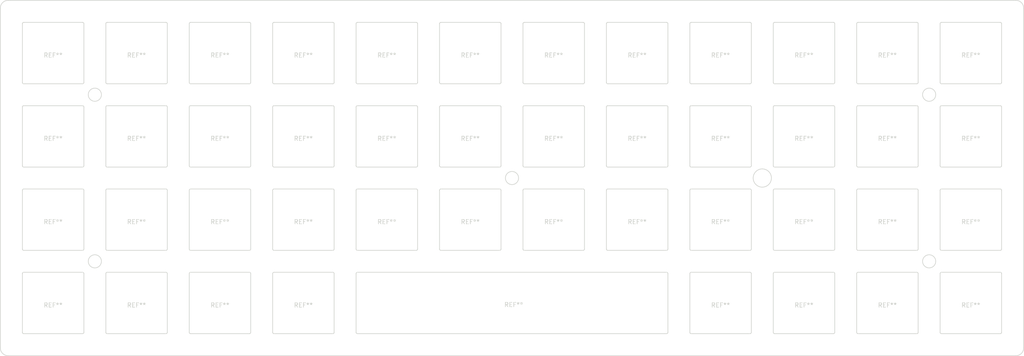
<source format=kicad_pcb>
(kicad_pcb (version 20171130) (host pcbnew 5.0.1)

  (general
    (thickness 1.6)
    (drawings 14)
    (tracks 0)
    (zones 0)
    (modules 45)
    (nets 1)
  )

  (page A4)
  (title_block
    (title SharkPCB)
    (date 2019-02-10)
    (rev V3.0.7)
    (company "Gondolin Electronics")
  )

  (layers
    (0 F.Cu signal)
    (31 B.Cu signal)
    (32 B.Adhes user hide)
    (33 F.Adhes user)
    (34 B.Paste user hide)
    (35 F.Paste user hide)
    (36 B.SilkS user)
    (37 F.SilkS user)
    (38 B.Mask user hide)
    (39 F.Mask user hide)
    (40 Dwgs.User user)
    (41 Cmts.User user)
    (42 Eco1.User user)
    (43 Eco2.User user)
    (44 Edge.Cuts user)
    (45 Margin user hide)
    (46 B.CrtYd user hide)
    (47 F.CrtYd user hide)
    (48 B.Fab user hide)
    (49 F.Fab user hide)
  )

  (setup
    (last_trace_width 0.254)
    (trace_clearance 0.13)
    (zone_clearance 0.127)
    (zone_45_only no)
    (trace_min 0.1)
    (segment_width 0.15)
    (edge_width 0.15)
    (via_size 0.45)
    (via_drill 0.2)
    (via_min_size 0.45)
    (via_min_drill 0.2)
    (uvia_size 0.45)
    (uvia_drill 0.2)
    (uvias_allowed no)
    (uvia_min_size 0.2)
    (uvia_min_drill 0.1)
    (pcb_text_width 0.3)
    (pcb_text_size 1.5 1.5)
    (mod_edge_width 0.15)
    (mod_text_size 1 1)
    (mod_text_width 0.15)
    (pad_size 1 2.2)
    (pad_drill 0.6)
    (pad_to_mask_clearance 0.051)
    (solder_mask_min_width 0.25)
    (aux_axis_origin 0 0)
    (grid_origin 148.463 102.743)
    (visible_elements FFFFFF7F)
    (pcbplotparams
      (layerselection 0x018f0_ffffffff)
      (usegerberextensions true)
      (usegerberattributes false)
      (usegerberadvancedattributes false)
      (creategerberjobfile false)
      (excludeedgelayer true)
      (linewidth 0.100000)
      (plotframeref false)
      (viasonmask false)
      (mode 1)
      (useauxorigin false)
      (hpglpennumber 1)
      (hpglpenspeed 20)
      (hpglpendiameter 15.000000)
      (psnegative false)
      (psa4output false)
      (plotreference true)
      (plotvalue true)
      (plotinvisibletext false)
      (padsonsilk false)
      (subtractmaskfromsilk false)
      (outputformat 1)
      (mirror false)
      (drillshape 0)
      (scaleselection 1)
      (outputdirectory "gerbers/"))
  )

  (net 0 "")

  (net_class Default "This is the default net class."
    (clearance 0.13)
    (trace_width 0.254)
    (via_dia 0.45)
    (via_drill 0.2)
    (uvia_dia 0.45)
    (uvia_drill 0.2)
  )

  (net_class Fine ""
    (clearance 0.13)
    (trace_width 0.13)
    (via_dia 0.508)
    (via_drill 0.2032)
    (uvia_dia 0.45)
    (uvia_drill 0.2)
  )

  (module switchSlots:slot100 (layer F.Cu) (tedit 5C648BB5) (tstamp 5C70FF96)
    (at 233.963 131.243)
    (fp_text reference REF** (at 0 0.5) (layer Edge.Cuts)
      (effects (font (size 1 1) (thickness 0.15)))
    )
    (fp_text value slot100 (at 0 -0.5) (layer F.Fab)
      (effects (font (size 1 1) (thickness 0.15)))
    )
    (fp_line (start 6.7 -7) (end -6.7 -7) (layer Edge.Cuts) (width 0.15))
    (fp_line (start -7 -6.7) (end -7 6.7) (layer Edge.Cuts) (width 0.15))
    (fp_line (start -6.7 7) (end 6.7 7) (layer Edge.Cuts) (width 0.15))
    (fp_line (start 7 6.7) (end 7 -6.7) (layer Edge.Cuts) (width 0.15))
    (fp_arc (start -6.7 -6.7) (end -6.7 -7) (angle -90) (layer Edge.Cuts) (width 0.15))
    (fp_arc (start 6.7 -6.7) (end 7 -6.7) (angle -90) (layer Edge.Cuts) (width 0.15))
    (fp_arc (start 6.7 6.7) (end 6.7 7) (angle -90) (layer Edge.Cuts) (width 0.15))
    (fp_arc (start -6.7 6.7) (end -7 6.7) (angle -90) (layer Edge.Cuts) (width 0.15))
  )

  (module switchSlots:slot100 (layer F.Cu) (tedit 5C648BB5) (tstamp 5C70FF8B)
    (at 233.963 112.243)
    (fp_text reference REF** (at 0 0.5) (layer Edge.Cuts)
      (effects (font (size 1 1) (thickness 0.15)))
    )
    (fp_text value slot100 (at 0 -0.5) (layer F.Fab)
      (effects (font (size 1 1) (thickness 0.15)))
    )
    (fp_arc (start -6.7 6.7) (end -7 6.7) (angle -90) (layer Edge.Cuts) (width 0.15))
    (fp_arc (start 6.7 6.7) (end 6.7 7) (angle -90) (layer Edge.Cuts) (width 0.15))
    (fp_arc (start 6.7 -6.7) (end 7 -6.7) (angle -90) (layer Edge.Cuts) (width 0.15))
    (fp_arc (start -6.7 -6.7) (end -6.7 -7) (angle -90) (layer Edge.Cuts) (width 0.15))
    (fp_line (start 7 6.7) (end 7 -6.7) (layer Edge.Cuts) (width 0.15))
    (fp_line (start -6.7 7) (end 6.7 7) (layer Edge.Cuts) (width 0.15))
    (fp_line (start -7 -6.7) (end -7 6.7) (layer Edge.Cuts) (width 0.15))
    (fp_line (start 6.7 -7) (end -6.7 -7) (layer Edge.Cuts) (width 0.15))
  )

  (module switchSlots:slot100 (layer F.Cu) (tedit 5C648BB5) (tstamp 5C70FF80)
    (at 233.963 74.243)
    (fp_text reference REF** (at 0 0.5) (layer Edge.Cuts)
      (effects (font (size 1 1) (thickness 0.15)))
    )
    (fp_text value slot100 (at 0 -0.5) (layer F.Fab)
      (effects (font (size 1 1) (thickness 0.15)))
    )
    (fp_line (start 6.7 -7) (end -6.7 -7) (layer Edge.Cuts) (width 0.15))
    (fp_line (start -7 -6.7) (end -7 6.7) (layer Edge.Cuts) (width 0.15))
    (fp_line (start -6.7 7) (end 6.7 7) (layer Edge.Cuts) (width 0.15))
    (fp_line (start 7 6.7) (end 7 -6.7) (layer Edge.Cuts) (width 0.15))
    (fp_arc (start -6.7 -6.7) (end -6.7 -7) (angle -90) (layer Edge.Cuts) (width 0.15))
    (fp_arc (start 6.7 -6.7) (end 7 -6.7) (angle -90) (layer Edge.Cuts) (width 0.15))
    (fp_arc (start 6.7 6.7) (end 6.7 7) (angle -90) (layer Edge.Cuts) (width 0.15))
    (fp_arc (start -6.7 6.7) (end -7 6.7) (angle -90) (layer Edge.Cuts) (width 0.15))
  )

  (module switchSlots:slot100 (layer F.Cu) (tedit 5C648BB5) (tstamp 5C70FDE6)
    (at 81.963 131.243)
    (fp_text reference REF** (at 0 0.5) (layer Edge.Cuts)
      (effects (font (size 1 1) (thickness 0.15)))
    )
    (fp_text value slot100 (at 0 -0.5) (layer F.Fab)
      (effects (font (size 1 1) (thickness 0.15)))
    )
    (fp_line (start 6.7 -7) (end -6.7 -7) (layer Edge.Cuts) (width 0.15))
    (fp_line (start -7 -6.7) (end -7 6.7) (layer Edge.Cuts) (width 0.15))
    (fp_line (start -6.7 7) (end 6.7 7) (layer Edge.Cuts) (width 0.15))
    (fp_line (start 7 6.7) (end 7 -6.7) (layer Edge.Cuts) (width 0.15))
    (fp_arc (start -6.7 -6.7) (end -6.7 -7) (angle -90) (layer Edge.Cuts) (width 0.15))
    (fp_arc (start 6.7 -6.7) (end 7 -6.7) (angle -90) (layer Edge.Cuts) (width 0.15))
    (fp_arc (start 6.7 6.7) (end 6.7 7) (angle -90) (layer Edge.Cuts) (width 0.15))
    (fp_arc (start -6.7 6.7) (end -7 6.7) (angle -90) (layer Edge.Cuts) (width 0.15))
  )

  (module switchSlots:slot100 (layer F.Cu) (tedit 5C648BB5) (tstamp 5C70FDDB)
    (at 252.963 131.243)
    (fp_text reference REF** (at 0 0.5) (layer Edge.Cuts)
      (effects (font (size 1 1) (thickness 0.15)))
    )
    (fp_text value slot100 (at 0 -0.5) (layer F.Fab)
      (effects (font (size 1 1) (thickness 0.15)))
    )
    (fp_arc (start -6.7 6.7) (end -7 6.7) (angle -90) (layer Edge.Cuts) (width 0.15))
    (fp_arc (start 6.7 6.7) (end 6.7 7) (angle -90) (layer Edge.Cuts) (width 0.15))
    (fp_arc (start 6.7 -6.7) (end 7 -6.7) (angle -90) (layer Edge.Cuts) (width 0.15))
    (fp_arc (start -6.7 -6.7) (end -6.7 -7) (angle -90) (layer Edge.Cuts) (width 0.15))
    (fp_line (start 7 6.7) (end 7 -6.7) (layer Edge.Cuts) (width 0.15))
    (fp_line (start -6.7 7) (end 6.7 7) (layer Edge.Cuts) (width 0.15))
    (fp_line (start -7 -6.7) (end -7 6.7) (layer Edge.Cuts) (width 0.15))
    (fp_line (start 6.7 -7) (end -6.7 -7) (layer Edge.Cuts) (width 0.15))
  )

  (module switchSlots:slot100 (layer F.Cu) (tedit 5C648BB5) (tstamp 5C70FDC5)
    (at 195.963 131.243)
    (fp_text reference REF** (at 0 0.5) (layer Edge.Cuts)
      (effects (font (size 1 1) (thickness 0.15)))
    )
    (fp_text value slot100 (at 0 -0.5) (layer F.Fab)
      (effects (font (size 1 1) (thickness 0.15)))
    )
    (fp_line (start 6.7 -7) (end -6.7 -7) (layer Edge.Cuts) (width 0.15))
    (fp_line (start -7 -6.7) (end -7 6.7) (layer Edge.Cuts) (width 0.15))
    (fp_line (start -6.7 7) (end 6.7 7) (layer Edge.Cuts) (width 0.15))
    (fp_line (start 7 6.7) (end 7 -6.7) (layer Edge.Cuts) (width 0.15))
    (fp_arc (start -6.7 -6.7) (end -6.7 -7) (angle -90) (layer Edge.Cuts) (width 0.15))
    (fp_arc (start 6.7 -6.7) (end 7 -6.7) (angle -90) (layer Edge.Cuts) (width 0.15))
    (fp_arc (start 6.7 6.7) (end 6.7 7) (angle -90) (layer Edge.Cuts) (width 0.15))
    (fp_arc (start -6.7 6.7) (end -7 6.7) (angle -90) (layer Edge.Cuts) (width 0.15))
  )

  (module switchSlots:slot100 (layer F.Cu) (tedit 5C648BB5) (tstamp 5C70FDA4)
    (at 100.963 131.243)
    (fp_text reference REF** (at 0 0.5) (layer Edge.Cuts)
      (effects (font (size 1 1) (thickness 0.15)))
    )
    (fp_text value slot100 (at 0 -0.5) (layer F.Fab)
      (effects (font (size 1 1) (thickness 0.15)))
    )
    (fp_arc (start -6.7 6.7) (end -7 6.7) (angle -90) (layer Edge.Cuts) (width 0.15))
    (fp_arc (start 6.7 6.7) (end 6.7 7) (angle -90) (layer Edge.Cuts) (width 0.15))
    (fp_arc (start 6.7 -6.7) (end 7 -6.7) (angle -90) (layer Edge.Cuts) (width 0.15))
    (fp_arc (start -6.7 -6.7) (end -6.7 -7) (angle -90) (layer Edge.Cuts) (width 0.15))
    (fp_line (start 7 6.7) (end 7 -6.7) (layer Edge.Cuts) (width 0.15))
    (fp_line (start -6.7 7) (end 6.7 7) (layer Edge.Cuts) (width 0.15))
    (fp_line (start -7 -6.7) (end -7 6.7) (layer Edge.Cuts) (width 0.15))
    (fp_line (start 6.7 -7) (end -6.7 -7) (layer Edge.Cuts) (width 0.15))
  )

  (module switchSlots:slot100 (layer F.Cu) (tedit 5C648BB5) (tstamp 5C70FD8E)
    (at 214.963 131.243)
    (fp_text reference REF** (at 0 0.5) (layer Edge.Cuts)
      (effects (font (size 1 1) (thickness 0.15)))
    )
    (fp_text value slot100 (at 0 -0.5) (layer F.Fab)
      (effects (font (size 1 1) (thickness 0.15)))
    )
    (fp_arc (start -6.7 6.7) (end -7 6.7) (angle -90) (layer Edge.Cuts) (width 0.15))
    (fp_arc (start 6.7 6.7) (end 6.7 7) (angle -90) (layer Edge.Cuts) (width 0.15))
    (fp_arc (start 6.7 -6.7) (end 7 -6.7) (angle -90) (layer Edge.Cuts) (width 0.15))
    (fp_arc (start -6.7 -6.7) (end -6.7 -7) (angle -90) (layer Edge.Cuts) (width 0.15))
    (fp_line (start 7 6.7) (end 7 -6.7) (layer Edge.Cuts) (width 0.15))
    (fp_line (start -6.7 7) (end 6.7 7) (layer Edge.Cuts) (width 0.15))
    (fp_line (start -7 -6.7) (end -7 6.7) (layer Edge.Cuts) (width 0.15))
    (fp_line (start 6.7 -7) (end -6.7 -7) (layer Edge.Cuts) (width 0.15))
  )

  (module switchSlots:slot100 (layer F.Cu) (tedit 5C648BB5) (tstamp 5C70FD83)
    (at 62.963 131.243)
    (fp_text reference REF** (at 0 0.5) (layer Edge.Cuts)
      (effects (font (size 1 1) (thickness 0.15)))
    )
    (fp_text value slot100 (at 0 -0.5) (layer F.Fab)
      (effects (font (size 1 1) (thickness 0.15)))
    )
    (fp_arc (start -6.7 6.7) (end -7 6.7) (angle -90) (layer Edge.Cuts) (width 0.15))
    (fp_arc (start 6.7 6.7) (end 6.7 7) (angle -90) (layer Edge.Cuts) (width 0.15))
    (fp_arc (start 6.7 -6.7) (end 7 -6.7) (angle -90) (layer Edge.Cuts) (width 0.15))
    (fp_arc (start -6.7 -6.7) (end -6.7 -7) (angle -90) (layer Edge.Cuts) (width 0.15))
    (fp_line (start 7 6.7) (end 7 -6.7) (layer Edge.Cuts) (width 0.15))
    (fp_line (start -6.7 7) (end 6.7 7) (layer Edge.Cuts) (width 0.15))
    (fp_line (start -7 -6.7) (end -7 6.7) (layer Edge.Cuts) (width 0.15))
    (fp_line (start 6.7 -7) (end -6.7 -7) (layer Edge.Cuts) (width 0.15))
  )

  (module switchSlots:slot100 (layer F.Cu) (tedit 5C648BB5) (tstamp 5C70FD78)
    (at 43.963 131.243)
    (fp_text reference REF** (at 0 0.5) (layer Edge.Cuts)
      (effects (font (size 1 1) (thickness 0.15)))
    )
    (fp_text value slot100 (at 0 -0.5) (layer F.Fab)
      (effects (font (size 1 1) (thickness 0.15)))
    )
    (fp_line (start 6.7 -7) (end -6.7 -7) (layer Edge.Cuts) (width 0.15))
    (fp_line (start -7 -6.7) (end -7 6.7) (layer Edge.Cuts) (width 0.15))
    (fp_line (start -6.7 7) (end 6.7 7) (layer Edge.Cuts) (width 0.15))
    (fp_line (start 7 6.7) (end 7 -6.7) (layer Edge.Cuts) (width 0.15))
    (fp_arc (start -6.7 -6.7) (end -6.7 -7) (angle -90) (layer Edge.Cuts) (width 0.15))
    (fp_arc (start 6.7 -6.7) (end 7 -6.7) (angle -90) (layer Edge.Cuts) (width 0.15))
    (fp_arc (start 6.7 6.7) (end 6.7 7) (angle -90) (layer Edge.Cuts) (width 0.15))
    (fp_arc (start -6.7 6.7) (end -7 6.7) (angle -90) (layer Edge.Cuts) (width 0.15))
  )

  (module switchSlots:slot100 (layer F.Cu) (tedit 5C648BB5) (tstamp 5C70FCF4)
    (at 195.963 112.243)
    (fp_text reference REF** (at 0 0.5) (layer Edge.Cuts)
      (effects (font (size 1 1) (thickness 0.15)))
    )
    (fp_text value slot100 (at 0 -0.5) (layer F.Fab)
      (effects (font (size 1 1) (thickness 0.15)))
    )
    (fp_arc (start -6.7 6.7) (end -7 6.7) (angle -90) (layer Edge.Cuts) (width 0.15))
    (fp_arc (start 6.7 6.7) (end 6.7 7) (angle -90) (layer Edge.Cuts) (width 0.15))
    (fp_arc (start 6.7 -6.7) (end 7 -6.7) (angle -90) (layer Edge.Cuts) (width 0.15))
    (fp_arc (start -6.7 -6.7) (end -6.7 -7) (angle -90) (layer Edge.Cuts) (width 0.15))
    (fp_line (start 7 6.7) (end 7 -6.7) (layer Edge.Cuts) (width 0.15))
    (fp_line (start -6.7 7) (end 6.7 7) (layer Edge.Cuts) (width 0.15))
    (fp_line (start -7 -6.7) (end -7 6.7) (layer Edge.Cuts) (width 0.15))
    (fp_line (start 6.7 -7) (end -6.7 -7) (layer Edge.Cuts) (width 0.15))
  )

  (module switchSlots:slot100 (layer F.Cu) (tedit 5C648BB5) (tstamp 5C70FCE9)
    (at 252.963 112.243)
    (fp_text reference REF** (at 0 0.5) (layer Edge.Cuts)
      (effects (font (size 1 1) (thickness 0.15)))
    )
    (fp_text value slot100 (at 0 -0.5) (layer F.Fab)
      (effects (font (size 1 1) (thickness 0.15)))
    )
    (fp_line (start 6.7 -7) (end -6.7 -7) (layer Edge.Cuts) (width 0.15))
    (fp_line (start -7 -6.7) (end -7 6.7) (layer Edge.Cuts) (width 0.15))
    (fp_line (start -6.7 7) (end 6.7 7) (layer Edge.Cuts) (width 0.15))
    (fp_line (start 7 6.7) (end 7 -6.7) (layer Edge.Cuts) (width 0.15))
    (fp_arc (start -6.7 -6.7) (end -6.7 -7) (angle -90) (layer Edge.Cuts) (width 0.15))
    (fp_arc (start 6.7 -6.7) (end 7 -6.7) (angle -90) (layer Edge.Cuts) (width 0.15))
    (fp_arc (start 6.7 6.7) (end 6.7 7) (angle -90) (layer Edge.Cuts) (width 0.15))
    (fp_arc (start -6.7 6.7) (end -7 6.7) (angle -90) (layer Edge.Cuts) (width 0.15))
  )

  (module switchSlots:slot100 (layer F.Cu) (tedit 5C648BB5) (tstamp 5C70FCDE)
    (at 81.963 112.243)
    (fp_text reference REF** (at 0 0.5) (layer Edge.Cuts)
      (effects (font (size 1 1) (thickness 0.15)))
    )
    (fp_text value slot100 (at 0 -0.5) (layer F.Fab)
      (effects (font (size 1 1) (thickness 0.15)))
    )
    (fp_arc (start -6.7 6.7) (end -7 6.7) (angle -90) (layer Edge.Cuts) (width 0.15))
    (fp_arc (start 6.7 6.7) (end 6.7 7) (angle -90) (layer Edge.Cuts) (width 0.15))
    (fp_arc (start 6.7 -6.7) (end 7 -6.7) (angle -90) (layer Edge.Cuts) (width 0.15))
    (fp_arc (start -6.7 -6.7) (end -6.7 -7) (angle -90) (layer Edge.Cuts) (width 0.15))
    (fp_line (start 7 6.7) (end 7 -6.7) (layer Edge.Cuts) (width 0.15))
    (fp_line (start -6.7 7) (end 6.7 7) (layer Edge.Cuts) (width 0.15))
    (fp_line (start -7 -6.7) (end -7 6.7) (layer Edge.Cuts) (width 0.15))
    (fp_line (start 6.7 -7) (end -6.7 -7) (layer Edge.Cuts) (width 0.15))
  )

  (module switchSlots:slot100 (layer F.Cu) (tedit 5C648BB5) (tstamp 5C70FCD3)
    (at 176.963 112.243)
    (fp_text reference REF** (at 0 0.5) (layer Edge.Cuts)
      (effects (font (size 1 1) (thickness 0.15)))
    )
    (fp_text value slot100 (at 0 -0.5) (layer F.Fab)
      (effects (font (size 1 1) (thickness 0.15)))
    )
    (fp_line (start 6.7 -7) (end -6.7 -7) (layer Edge.Cuts) (width 0.15))
    (fp_line (start -7 -6.7) (end -7 6.7) (layer Edge.Cuts) (width 0.15))
    (fp_line (start -6.7 7) (end 6.7 7) (layer Edge.Cuts) (width 0.15))
    (fp_line (start 7 6.7) (end 7 -6.7) (layer Edge.Cuts) (width 0.15))
    (fp_arc (start -6.7 -6.7) (end -6.7 -7) (angle -90) (layer Edge.Cuts) (width 0.15))
    (fp_arc (start 6.7 -6.7) (end 7 -6.7) (angle -90) (layer Edge.Cuts) (width 0.15))
    (fp_arc (start 6.7 6.7) (end 6.7 7) (angle -90) (layer Edge.Cuts) (width 0.15))
    (fp_arc (start -6.7 6.7) (end -7 6.7) (angle -90) (layer Edge.Cuts) (width 0.15))
  )

  (module switchSlots:slot100 (layer F.Cu) (tedit 5C648BB5) (tstamp 5C70FCC8)
    (at 62.963 112.243)
    (fp_text reference REF** (at 0 0.5) (layer Edge.Cuts)
      (effects (font (size 1 1) (thickness 0.15)))
    )
    (fp_text value slot100 (at 0 -0.5) (layer F.Fab)
      (effects (font (size 1 1) (thickness 0.15)))
    )
    (fp_line (start 6.7 -7) (end -6.7 -7) (layer Edge.Cuts) (width 0.15))
    (fp_line (start -7 -6.7) (end -7 6.7) (layer Edge.Cuts) (width 0.15))
    (fp_line (start -6.7 7) (end 6.7 7) (layer Edge.Cuts) (width 0.15))
    (fp_line (start 7 6.7) (end 7 -6.7) (layer Edge.Cuts) (width 0.15))
    (fp_arc (start -6.7 -6.7) (end -6.7 -7) (angle -90) (layer Edge.Cuts) (width 0.15))
    (fp_arc (start 6.7 -6.7) (end 7 -6.7) (angle -90) (layer Edge.Cuts) (width 0.15))
    (fp_arc (start 6.7 6.7) (end 6.7 7) (angle -90) (layer Edge.Cuts) (width 0.15))
    (fp_arc (start -6.7 6.7) (end -7 6.7) (angle -90) (layer Edge.Cuts) (width 0.15))
  )

  (module switchSlots:slot100 (layer F.Cu) (tedit 5C648BB5) (tstamp 5C70FCBD)
    (at 43.963 112.243)
    (fp_text reference REF** (at 0 0.5) (layer Edge.Cuts)
      (effects (font (size 1 1) (thickness 0.15)))
    )
    (fp_text value slot100 (at 0 -0.5) (layer F.Fab)
      (effects (font (size 1 1) (thickness 0.15)))
    )
    (fp_arc (start -6.7 6.7) (end -7 6.7) (angle -90) (layer Edge.Cuts) (width 0.15))
    (fp_arc (start 6.7 6.7) (end 6.7 7) (angle -90) (layer Edge.Cuts) (width 0.15))
    (fp_arc (start 6.7 -6.7) (end 7 -6.7) (angle -90) (layer Edge.Cuts) (width 0.15))
    (fp_arc (start -6.7 -6.7) (end -6.7 -7) (angle -90) (layer Edge.Cuts) (width 0.15))
    (fp_line (start 7 6.7) (end 7 -6.7) (layer Edge.Cuts) (width 0.15))
    (fp_line (start -6.7 7) (end 6.7 7) (layer Edge.Cuts) (width 0.15))
    (fp_line (start -7 -6.7) (end -7 6.7) (layer Edge.Cuts) (width 0.15))
    (fp_line (start 6.7 -7) (end -6.7 -7) (layer Edge.Cuts) (width 0.15))
  )

  (module switchSlots:slot100 (layer F.Cu) (tedit 5C648BB5) (tstamp 5C70FCB2)
    (at 138.963 112.243)
    (fp_text reference REF** (at 0 0.5) (layer Edge.Cuts)
      (effects (font (size 1 1) (thickness 0.15)))
    )
    (fp_text value slot100 (at 0 -0.5) (layer F.Fab)
      (effects (font (size 1 1) (thickness 0.15)))
    )
    (fp_line (start 6.7 -7) (end -6.7 -7) (layer Edge.Cuts) (width 0.15))
    (fp_line (start -7 -6.7) (end -7 6.7) (layer Edge.Cuts) (width 0.15))
    (fp_line (start -6.7 7) (end 6.7 7) (layer Edge.Cuts) (width 0.15))
    (fp_line (start 7 6.7) (end 7 -6.7) (layer Edge.Cuts) (width 0.15))
    (fp_arc (start -6.7 -6.7) (end -6.7 -7) (angle -90) (layer Edge.Cuts) (width 0.15))
    (fp_arc (start 6.7 -6.7) (end 7 -6.7) (angle -90) (layer Edge.Cuts) (width 0.15))
    (fp_arc (start 6.7 6.7) (end 6.7 7) (angle -90) (layer Edge.Cuts) (width 0.15))
    (fp_arc (start -6.7 6.7) (end -7 6.7) (angle -90) (layer Edge.Cuts) (width 0.15))
  )

  (module switchSlots:slot100 (layer F.Cu) (tedit 5C648BB5) (tstamp 5C70FCA7)
    (at 157.963 112.243)
    (fp_text reference REF** (at 0 0.5) (layer Edge.Cuts)
      (effects (font (size 1 1) (thickness 0.15)))
    )
    (fp_text value slot100 (at 0 -0.5) (layer F.Fab)
      (effects (font (size 1 1) (thickness 0.15)))
    )
    (fp_arc (start -6.7 6.7) (end -7 6.7) (angle -90) (layer Edge.Cuts) (width 0.15))
    (fp_arc (start 6.7 6.7) (end 6.7 7) (angle -90) (layer Edge.Cuts) (width 0.15))
    (fp_arc (start 6.7 -6.7) (end 7 -6.7) (angle -90) (layer Edge.Cuts) (width 0.15))
    (fp_arc (start -6.7 -6.7) (end -6.7 -7) (angle -90) (layer Edge.Cuts) (width 0.15))
    (fp_line (start 7 6.7) (end 7 -6.7) (layer Edge.Cuts) (width 0.15))
    (fp_line (start -6.7 7) (end 6.7 7) (layer Edge.Cuts) (width 0.15))
    (fp_line (start -7 -6.7) (end -7 6.7) (layer Edge.Cuts) (width 0.15))
    (fp_line (start 6.7 -7) (end -6.7 -7) (layer Edge.Cuts) (width 0.15))
  )

  (module switchSlots:slot100 (layer F.Cu) (tedit 5C648BB5) (tstamp 5C70FC9C)
    (at 100.963 112.243)
    (fp_text reference REF** (at 0 0.5) (layer Edge.Cuts)
      (effects (font (size 1 1) (thickness 0.15)))
    )
    (fp_text value slot100 (at 0 -0.5) (layer F.Fab)
      (effects (font (size 1 1) (thickness 0.15)))
    )
    (fp_line (start 6.7 -7) (end -6.7 -7) (layer Edge.Cuts) (width 0.15))
    (fp_line (start -7 -6.7) (end -7 6.7) (layer Edge.Cuts) (width 0.15))
    (fp_line (start -6.7 7) (end 6.7 7) (layer Edge.Cuts) (width 0.15))
    (fp_line (start 7 6.7) (end 7 -6.7) (layer Edge.Cuts) (width 0.15))
    (fp_arc (start -6.7 -6.7) (end -6.7 -7) (angle -90) (layer Edge.Cuts) (width 0.15))
    (fp_arc (start 6.7 -6.7) (end 7 -6.7) (angle -90) (layer Edge.Cuts) (width 0.15))
    (fp_arc (start 6.7 6.7) (end 6.7 7) (angle -90) (layer Edge.Cuts) (width 0.15))
    (fp_arc (start -6.7 6.7) (end -7 6.7) (angle -90) (layer Edge.Cuts) (width 0.15))
  )

  (module switchSlots:slot100 (layer F.Cu) (tedit 5C648BB5) (tstamp 5C70FC91)
    (at 214.963 112.243)
    (fp_text reference REF** (at 0 0.5) (layer Edge.Cuts)
      (effects (font (size 1 1) (thickness 0.15)))
    )
    (fp_text value slot100 (at 0 -0.5) (layer F.Fab)
      (effects (font (size 1 1) (thickness 0.15)))
    )
    (fp_line (start 6.7 -7) (end -6.7 -7) (layer Edge.Cuts) (width 0.15))
    (fp_line (start -7 -6.7) (end -7 6.7) (layer Edge.Cuts) (width 0.15))
    (fp_line (start -6.7 7) (end 6.7 7) (layer Edge.Cuts) (width 0.15))
    (fp_line (start 7 6.7) (end 7 -6.7) (layer Edge.Cuts) (width 0.15))
    (fp_arc (start -6.7 -6.7) (end -6.7 -7) (angle -90) (layer Edge.Cuts) (width 0.15))
    (fp_arc (start 6.7 -6.7) (end 7 -6.7) (angle -90) (layer Edge.Cuts) (width 0.15))
    (fp_arc (start 6.7 6.7) (end 6.7 7) (angle -90) (layer Edge.Cuts) (width 0.15))
    (fp_arc (start -6.7 6.7) (end -7 6.7) (angle -90) (layer Edge.Cuts) (width 0.15))
  )

  (module switchSlots:slot100 (layer F.Cu) (tedit 5C648BB5) (tstamp 5C70FC86)
    (at 119.963 112.243)
    (fp_text reference REF** (at 0 0.5) (layer Edge.Cuts)
      (effects (font (size 1 1) (thickness 0.15)))
    )
    (fp_text value slot100 (at 0 -0.5) (layer F.Fab)
      (effects (font (size 1 1) (thickness 0.15)))
    )
    (fp_arc (start -6.7 6.7) (end -7 6.7) (angle -90) (layer Edge.Cuts) (width 0.15))
    (fp_arc (start 6.7 6.7) (end 6.7 7) (angle -90) (layer Edge.Cuts) (width 0.15))
    (fp_arc (start 6.7 -6.7) (end 7 -6.7) (angle -90) (layer Edge.Cuts) (width 0.15))
    (fp_arc (start -6.7 -6.7) (end -6.7 -7) (angle -90) (layer Edge.Cuts) (width 0.15))
    (fp_line (start 7 6.7) (end 7 -6.7) (layer Edge.Cuts) (width 0.15))
    (fp_line (start -6.7 7) (end 6.7 7) (layer Edge.Cuts) (width 0.15))
    (fp_line (start -7 -6.7) (end -7 6.7) (layer Edge.Cuts) (width 0.15))
    (fp_line (start 6.7 -7) (end -6.7 -7) (layer Edge.Cuts) (width 0.15))
  )

  (module switchSlots:slot100 (layer F.Cu) (tedit 5C648BB5) (tstamp 5C70FC02)
    (at 119.963 74.243)
    (fp_text reference REF** (at 0 0.5) (layer Edge.Cuts)
      (effects (font (size 1 1) (thickness 0.15)))
    )
    (fp_text value slot100 (at 0 -0.5) (layer F.Fab)
      (effects (font (size 1 1) (thickness 0.15)))
    )
    (fp_line (start 6.7 -7) (end -6.7 -7) (layer Edge.Cuts) (width 0.15))
    (fp_line (start -7 -6.7) (end -7 6.7) (layer Edge.Cuts) (width 0.15))
    (fp_line (start -6.7 7) (end 6.7 7) (layer Edge.Cuts) (width 0.15))
    (fp_line (start 7 6.7) (end 7 -6.7) (layer Edge.Cuts) (width 0.15))
    (fp_arc (start -6.7 -6.7) (end -6.7 -7) (angle -90) (layer Edge.Cuts) (width 0.15))
    (fp_arc (start 6.7 -6.7) (end 7 -6.7) (angle -90) (layer Edge.Cuts) (width 0.15))
    (fp_arc (start 6.7 6.7) (end 6.7 7) (angle -90) (layer Edge.Cuts) (width 0.15))
    (fp_arc (start -6.7 6.7) (end -7 6.7) (angle -90) (layer Edge.Cuts) (width 0.15))
  )

  (module switchSlots:slot100 (layer F.Cu) (tedit 5C648BB5) (tstamp 5C70FBF7)
    (at 157.963 74.243)
    (fp_text reference REF** (at 0 0.5) (layer Edge.Cuts)
      (effects (font (size 1 1) (thickness 0.15)))
    )
    (fp_text value slot100 (at 0 -0.5) (layer F.Fab)
      (effects (font (size 1 1) (thickness 0.15)))
    )
    (fp_line (start 6.7 -7) (end -6.7 -7) (layer Edge.Cuts) (width 0.15))
    (fp_line (start -7 -6.7) (end -7 6.7) (layer Edge.Cuts) (width 0.15))
    (fp_line (start -6.7 7) (end 6.7 7) (layer Edge.Cuts) (width 0.15))
    (fp_line (start 7 6.7) (end 7 -6.7) (layer Edge.Cuts) (width 0.15))
    (fp_arc (start -6.7 -6.7) (end -6.7 -7) (angle -90) (layer Edge.Cuts) (width 0.15))
    (fp_arc (start 6.7 -6.7) (end 7 -6.7) (angle -90) (layer Edge.Cuts) (width 0.15))
    (fp_arc (start 6.7 6.7) (end 6.7 7) (angle -90) (layer Edge.Cuts) (width 0.15))
    (fp_arc (start -6.7 6.7) (end -7 6.7) (angle -90) (layer Edge.Cuts) (width 0.15))
  )

  (module switchSlots:slot100 (layer F.Cu) (tedit 5C648BB5) (tstamp 5C70FBEC)
    (at 138.963 74.243)
    (fp_text reference REF** (at 0 0.5) (layer Edge.Cuts)
      (effects (font (size 1 1) (thickness 0.15)))
    )
    (fp_text value slot100 (at 0 -0.5) (layer F.Fab)
      (effects (font (size 1 1) (thickness 0.15)))
    )
    (fp_arc (start -6.7 6.7) (end -7 6.7) (angle -90) (layer Edge.Cuts) (width 0.15))
    (fp_arc (start 6.7 6.7) (end 6.7 7) (angle -90) (layer Edge.Cuts) (width 0.15))
    (fp_arc (start 6.7 -6.7) (end 7 -6.7) (angle -90) (layer Edge.Cuts) (width 0.15))
    (fp_arc (start -6.7 -6.7) (end -6.7 -7) (angle -90) (layer Edge.Cuts) (width 0.15))
    (fp_line (start 7 6.7) (end 7 -6.7) (layer Edge.Cuts) (width 0.15))
    (fp_line (start -6.7 7) (end 6.7 7) (layer Edge.Cuts) (width 0.15))
    (fp_line (start -7 -6.7) (end -7 6.7) (layer Edge.Cuts) (width 0.15))
    (fp_line (start 6.7 -7) (end -6.7 -7) (layer Edge.Cuts) (width 0.15))
  )

  (module switchSlots:slot100 (layer F.Cu) (tedit 5C648BB5) (tstamp 5C70FBE1)
    (at 100.963 74.243)
    (fp_text reference REF** (at 0 0.5) (layer Edge.Cuts)
      (effects (font (size 1 1) (thickness 0.15)))
    )
    (fp_text value slot100 (at 0 -0.5) (layer F.Fab)
      (effects (font (size 1 1) (thickness 0.15)))
    )
    (fp_arc (start -6.7 6.7) (end -7 6.7) (angle -90) (layer Edge.Cuts) (width 0.15))
    (fp_arc (start 6.7 6.7) (end 6.7 7) (angle -90) (layer Edge.Cuts) (width 0.15))
    (fp_arc (start 6.7 -6.7) (end 7 -6.7) (angle -90) (layer Edge.Cuts) (width 0.15))
    (fp_arc (start -6.7 -6.7) (end -6.7 -7) (angle -90) (layer Edge.Cuts) (width 0.15))
    (fp_line (start 7 6.7) (end 7 -6.7) (layer Edge.Cuts) (width 0.15))
    (fp_line (start -6.7 7) (end 6.7 7) (layer Edge.Cuts) (width 0.15))
    (fp_line (start -7 -6.7) (end -7 6.7) (layer Edge.Cuts) (width 0.15))
    (fp_line (start 6.7 -7) (end -6.7 -7) (layer Edge.Cuts) (width 0.15))
  )

  (module switchSlots:slot100 (layer F.Cu) (tedit 5C648BB5) (tstamp 5C70FBD6)
    (at 195.963 74.243)
    (fp_text reference REF** (at 0 0.5) (layer Edge.Cuts)
      (effects (font (size 1 1) (thickness 0.15)))
    )
    (fp_text value slot100 (at 0 -0.5) (layer F.Fab)
      (effects (font (size 1 1) (thickness 0.15)))
    )
    (fp_line (start 6.7 -7) (end -6.7 -7) (layer Edge.Cuts) (width 0.15))
    (fp_line (start -7 -6.7) (end -7 6.7) (layer Edge.Cuts) (width 0.15))
    (fp_line (start -6.7 7) (end 6.7 7) (layer Edge.Cuts) (width 0.15))
    (fp_line (start 7 6.7) (end 7 -6.7) (layer Edge.Cuts) (width 0.15))
    (fp_arc (start -6.7 -6.7) (end -6.7 -7) (angle -90) (layer Edge.Cuts) (width 0.15))
    (fp_arc (start 6.7 -6.7) (end 7 -6.7) (angle -90) (layer Edge.Cuts) (width 0.15))
    (fp_arc (start 6.7 6.7) (end 6.7 7) (angle -90) (layer Edge.Cuts) (width 0.15))
    (fp_arc (start -6.7 6.7) (end -7 6.7) (angle -90) (layer Edge.Cuts) (width 0.15))
  )

  (module switchSlots:slot100 (layer F.Cu) (tedit 5C648BB5) (tstamp 5C70FBCB)
    (at 176.963 74.243)
    (fp_text reference REF** (at 0 0.5) (layer Edge.Cuts)
      (effects (font (size 1 1) (thickness 0.15)))
    )
    (fp_text value slot100 (at 0 -0.5) (layer F.Fab)
      (effects (font (size 1 1) (thickness 0.15)))
    )
    (fp_arc (start -6.7 6.7) (end -7 6.7) (angle -90) (layer Edge.Cuts) (width 0.15))
    (fp_arc (start 6.7 6.7) (end 6.7 7) (angle -90) (layer Edge.Cuts) (width 0.15))
    (fp_arc (start 6.7 -6.7) (end 7 -6.7) (angle -90) (layer Edge.Cuts) (width 0.15))
    (fp_arc (start -6.7 -6.7) (end -6.7 -7) (angle -90) (layer Edge.Cuts) (width 0.15))
    (fp_line (start 7 6.7) (end 7 -6.7) (layer Edge.Cuts) (width 0.15))
    (fp_line (start -6.7 7) (end 6.7 7) (layer Edge.Cuts) (width 0.15))
    (fp_line (start -7 -6.7) (end -7 6.7) (layer Edge.Cuts) (width 0.15))
    (fp_line (start 6.7 -7) (end -6.7 -7) (layer Edge.Cuts) (width 0.15))
  )

  (module switchSlots:slot100 (layer F.Cu) (tedit 5C648BB5) (tstamp 5C70FBC0)
    (at 252.963 74.243)
    (fp_text reference REF** (at 0 0.5) (layer Edge.Cuts)
      (effects (font (size 1 1) (thickness 0.15)))
    )
    (fp_text value slot100 (at 0 -0.5) (layer F.Fab)
      (effects (font (size 1 1) (thickness 0.15)))
    )
    (fp_arc (start -6.7 6.7) (end -7 6.7) (angle -90) (layer Edge.Cuts) (width 0.15))
    (fp_arc (start 6.7 6.7) (end 6.7 7) (angle -90) (layer Edge.Cuts) (width 0.15))
    (fp_arc (start 6.7 -6.7) (end 7 -6.7) (angle -90) (layer Edge.Cuts) (width 0.15))
    (fp_arc (start -6.7 -6.7) (end -6.7 -7) (angle -90) (layer Edge.Cuts) (width 0.15))
    (fp_line (start 7 6.7) (end 7 -6.7) (layer Edge.Cuts) (width 0.15))
    (fp_line (start -6.7 7) (end 6.7 7) (layer Edge.Cuts) (width 0.15))
    (fp_line (start -7 -6.7) (end -7 6.7) (layer Edge.Cuts) (width 0.15))
    (fp_line (start 6.7 -7) (end -6.7 -7) (layer Edge.Cuts) (width 0.15))
  )

  (module switchSlots:slot100 (layer F.Cu) (tedit 5C648BB5) (tstamp 5C70FBB5)
    (at 81.963 74.243)
    (fp_text reference REF** (at 0 0.5) (layer Edge.Cuts)
      (effects (font (size 1 1) (thickness 0.15)))
    )
    (fp_text value slot100 (at 0 -0.5) (layer F.Fab)
      (effects (font (size 1 1) (thickness 0.15)))
    )
    (fp_line (start 6.7 -7) (end -6.7 -7) (layer Edge.Cuts) (width 0.15))
    (fp_line (start -7 -6.7) (end -7 6.7) (layer Edge.Cuts) (width 0.15))
    (fp_line (start -6.7 7) (end 6.7 7) (layer Edge.Cuts) (width 0.15))
    (fp_line (start 7 6.7) (end 7 -6.7) (layer Edge.Cuts) (width 0.15))
    (fp_arc (start -6.7 -6.7) (end -6.7 -7) (angle -90) (layer Edge.Cuts) (width 0.15))
    (fp_arc (start 6.7 -6.7) (end 7 -6.7) (angle -90) (layer Edge.Cuts) (width 0.15))
    (fp_arc (start 6.7 6.7) (end 6.7 7) (angle -90) (layer Edge.Cuts) (width 0.15))
    (fp_arc (start -6.7 6.7) (end -7 6.7) (angle -90) (layer Edge.Cuts) (width 0.15))
  )

  (module switchSlots:slot100 (layer F.Cu) (tedit 5C648BB5) (tstamp 5C70FBAA)
    (at 62.963 74.243)
    (fp_text reference REF** (at 0 0.5) (layer Edge.Cuts)
      (effects (font (size 1 1) (thickness 0.15)))
    )
    (fp_text value slot100 (at 0 -0.5) (layer F.Fab)
      (effects (font (size 1 1) (thickness 0.15)))
    )
    (fp_arc (start -6.7 6.7) (end -7 6.7) (angle -90) (layer Edge.Cuts) (width 0.15))
    (fp_arc (start 6.7 6.7) (end 6.7 7) (angle -90) (layer Edge.Cuts) (width 0.15))
    (fp_arc (start 6.7 -6.7) (end 7 -6.7) (angle -90) (layer Edge.Cuts) (width 0.15))
    (fp_arc (start -6.7 -6.7) (end -6.7 -7) (angle -90) (layer Edge.Cuts) (width 0.15))
    (fp_line (start 7 6.7) (end 7 -6.7) (layer Edge.Cuts) (width 0.15))
    (fp_line (start -6.7 7) (end 6.7 7) (layer Edge.Cuts) (width 0.15))
    (fp_line (start -7 -6.7) (end -7 6.7) (layer Edge.Cuts) (width 0.15))
    (fp_line (start 6.7 -7) (end -6.7 -7) (layer Edge.Cuts) (width 0.15))
  )

  (module switchSlots:slot100 (layer F.Cu) (tedit 5C648BB5) (tstamp 5C70FB9F)
    (at 214.963 74.243)
    (fp_text reference REF** (at 0 0.5) (layer Edge.Cuts)
      (effects (font (size 1 1) (thickness 0.15)))
    )
    (fp_text value slot100 (at 0 -0.5) (layer F.Fab)
      (effects (font (size 1 1) (thickness 0.15)))
    )
    (fp_arc (start -6.7 6.7) (end -7 6.7) (angle -90) (layer Edge.Cuts) (width 0.15))
    (fp_arc (start 6.7 6.7) (end 6.7 7) (angle -90) (layer Edge.Cuts) (width 0.15))
    (fp_arc (start 6.7 -6.7) (end 7 -6.7) (angle -90) (layer Edge.Cuts) (width 0.15))
    (fp_arc (start -6.7 -6.7) (end -6.7 -7) (angle -90) (layer Edge.Cuts) (width 0.15))
    (fp_line (start 7 6.7) (end 7 -6.7) (layer Edge.Cuts) (width 0.15))
    (fp_line (start -6.7 7) (end 6.7 7) (layer Edge.Cuts) (width 0.15))
    (fp_line (start -7 -6.7) (end -7 6.7) (layer Edge.Cuts) (width 0.15))
    (fp_line (start 6.7 -7) (end -6.7 -7) (layer Edge.Cuts) (width 0.15))
  )

  (module switchSlots:slot100 (layer F.Cu) (tedit 5C648BB5) (tstamp 5C70FB94)
    (at 43.963 74.243)
    (fp_text reference REF** (at 0 0.5) (layer Edge.Cuts)
      (effects (font (size 1 1) (thickness 0.15)))
    )
    (fp_text value slot100 (at 0 -0.5) (layer F.Fab)
      (effects (font (size 1 1) (thickness 0.15)))
    )
    (fp_line (start 6.7 -7) (end -6.7 -7) (layer Edge.Cuts) (width 0.15))
    (fp_line (start -7 -6.7) (end -7 6.7) (layer Edge.Cuts) (width 0.15))
    (fp_line (start -6.7 7) (end 6.7 7) (layer Edge.Cuts) (width 0.15))
    (fp_line (start 7 6.7) (end 7 -6.7) (layer Edge.Cuts) (width 0.15))
    (fp_arc (start -6.7 -6.7) (end -6.7 -7) (angle -90) (layer Edge.Cuts) (width 0.15))
    (fp_arc (start 6.7 -6.7) (end 7 -6.7) (angle -90) (layer Edge.Cuts) (width 0.15))
    (fp_arc (start 6.7 6.7) (end 6.7 7) (angle -90) (layer Edge.Cuts) (width 0.15))
    (fp_arc (start -6.7 6.7) (end -7 6.7) (angle -90) (layer Edge.Cuts) (width 0.15))
  )

  (module switchSlots:slot100 (layer F.Cu) (tedit 5C648BB5) (tstamp 5C70FAFA)
    (at 252.963 93.243)
    (fp_text reference REF** (at 0 0.5) (layer Edge.Cuts)
      (effects (font (size 1 1) (thickness 0.15)))
    )
    (fp_text value slot100 (at 0 -0.5) (layer F.Fab)
      (effects (font (size 1 1) (thickness 0.15)))
    )
    (fp_line (start 6.7 -7) (end -6.7 -7) (layer Edge.Cuts) (width 0.15))
    (fp_line (start -7 -6.7) (end -7 6.7) (layer Edge.Cuts) (width 0.15))
    (fp_line (start -6.7 7) (end 6.7 7) (layer Edge.Cuts) (width 0.15))
    (fp_line (start 7 6.7) (end 7 -6.7) (layer Edge.Cuts) (width 0.15))
    (fp_arc (start -6.7 -6.7) (end -6.7 -7) (angle -90) (layer Edge.Cuts) (width 0.15))
    (fp_arc (start 6.7 -6.7) (end 7 -6.7) (angle -90) (layer Edge.Cuts) (width 0.15))
    (fp_arc (start 6.7 6.7) (end 6.7 7) (angle -90) (layer Edge.Cuts) (width 0.15))
    (fp_arc (start -6.7 6.7) (end -7 6.7) (angle -90) (layer Edge.Cuts) (width 0.15))
  )

  (module switchSlots:slot100 (layer F.Cu) (tedit 5C648BB5) (tstamp 5C70FAE4)
    (at 233.963 93.243)
    (fp_text reference REF** (at 0 0.5) (layer Edge.Cuts)
      (effects (font (size 1 1) (thickness 0.15)))
    )
    (fp_text value slot100 (at 0 -0.5) (layer F.Fab)
      (effects (font (size 1 1) (thickness 0.15)))
    )
    (fp_arc (start -6.7 6.7) (end -7 6.7) (angle -90) (layer Edge.Cuts) (width 0.15))
    (fp_arc (start 6.7 6.7) (end 6.7 7) (angle -90) (layer Edge.Cuts) (width 0.15))
    (fp_arc (start 6.7 -6.7) (end 7 -6.7) (angle -90) (layer Edge.Cuts) (width 0.15))
    (fp_arc (start -6.7 -6.7) (end -6.7 -7) (angle -90) (layer Edge.Cuts) (width 0.15))
    (fp_line (start 7 6.7) (end 7 -6.7) (layer Edge.Cuts) (width 0.15))
    (fp_line (start -6.7 7) (end 6.7 7) (layer Edge.Cuts) (width 0.15))
    (fp_line (start -7 -6.7) (end -7 6.7) (layer Edge.Cuts) (width 0.15))
    (fp_line (start 6.7 -7) (end -6.7 -7) (layer Edge.Cuts) (width 0.15))
  )

  (module switchSlots:slot100 (layer F.Cu) (tedit 5C648BB5) (tstamp 5C70FACE)
    (at 214.963 93.243)
    (fp_text reference REF** (at 0 0.5) (layer Edge.Cuts)
      (effects (font (size 1 1) (thickness 0.15)))
    )
    (fp_text value slot100 (at 0 -0.5) (layer F.Fab)
      (effects (font (size 1 1) (thickness 0.15)))
    )
    (fp_line (start 6.7 -7) (end -6.7 -7) (layer Edge.Cuts) (width 0.15))
    (fp_line (start -7 -6.7) (end -7 6.7) (layer Edge.Cuts) (width 0.15))
    (fp_line (start -6.7 7) (end 6.7 7) (layer Edge.Cuts) (width 0.15))
    (fp_line (start 7 6.7) (end 7 -6.7) (layer Edge.Cuts) (width 0.15))
    (fp_arc (start -6.7 -6.7) (end -6.7 -7) (angle -90) (layer Edge.Cuts) (width 0.15))
    (fp_arc (start 6.7 -6.7) (end 7 -6.7) (angle -90) (layer Edge.Cuts) (width 0.15))
    (fp_arc (start 6.7 6.7) (end 6.7 7) (angle -90) (layer Edge.Cuts) (width 0.15))
    (fp_arc (start -6.7 6.7) (end -7 6.7) (angle -90) (layer Edge.Cuts) (width 0.15))
  )

  (module switchSlots:slot100 (layer F.Cu) (tedit 5C648BB5) (tstamp 5C70FAB8)
    (at 195.963 93.243)
    (fp_text reference REF** (at 0 0.5) (layer Edge.Cuts)
      (effects (font (size 1 1) (thickness 0.15)))
    )
    (fp_text value slot100 (at 0 -0.5) (layer F.Fab)
      (effects (font (size 1 1) (thickness 0.15)))
    )
    (fp_arc (start -6.7 6.7) (end -7 6.7) (angle -90) (layer Edge.Cuts) (width 0.15))
    (fp_arc (start 6.7 6.7) (end 6.7 7) (angle -90) (layer Edge.Cuts) (width 0.15))
    (fp_arc (start 6.7 -6.7) (end 7 -6.7) (angle -90) (layer Edge.Cuts) (width 0.15))
    (fp_arc (start -6.7 -6.7) (end -6.7 -7) (angle -90) (layer Edge.Cuts) (width 0.15))
    (fp_line (start 7 6.7) (end 7 -6.7) (layer Edge.Cuts) (width 0.15))
    (fp_line (start -6.7 7) (end 6.7 7) (layer Edge.Cuts) (width 0.15))
    (fp_line (start -7 -6.7) (end -7 6.7) (layer Edge.Cuts) (width 0.15))
    (fp_line (start 6.7 -7) (end -6.7 -7) (layer Edge.Cuts) (width 0.15))
  )

  (module switchSlots:slot100 (layer F.Cu) (tedit 5C648BB5) (tstamp 5C70FAA2)
    (at 176.963 93.243)
    (fp_text reference REF** (at 0 0.5) (layer Edge.Cuts)
      (effects (font (size 1 1) (thickness 0.15)))
    )
    (fp_text value slot100 (at 0 -0.5) (layer F.Fab)
      (effects (font (size 1 1) (thickness 0.15)))
    )
    (fp_line (start 6.7 -7) (end -6.7 -7) (layer Edge.Cuts) (width 0.15))
    (fp_line (start -7 -6.7) (end -7 6.7) (layer Edge.Cuts) (width 0.15))
    (fp_line (start -6.7 7) (end 6.7 7) (layer Edge.Cuts) (width 0.15))
    (fp_line (start 7 6.7) (end 7 -6.7) (layer Edge.Cuts) (width 0.15))
    (fp_arc (start -6.7 -6.7) (end -6.7 -7) (angle -90) (layer Edge.Cuts) (width 0.15))
    (fp_arc (start 6.7 -6.7) (end 7 -6.7) (angle -90) (layer Edge.Cuts) (width 0.15))
    (fp_arc (start 6.7 6.7) (end 6.7 7) (angle -90) (layer Edge.Cuts) (width 0.15))
    (fp_arc (start -6.7 6.7) (end -7 6.7) (angle -90) (layer Edge.Cuts) (width 0.15))
  )

  (module switchSlots:slot100 (layer F.Cu) (tedit 5C648BB5) (tstamp 5C70FA8C)
    (at 43.963 93.243)
    (fp_text reference REF** (at 0 0.5) (layer Edge.Cuts)
      (effects (font (size 1 1) (thickness 0.15)))
    )
    (fp_text value slot100 (at 0 -0.5) (layer F.Fab)
      (effects (font (size 1 1) (thickness 0.15)))
    )
    (fp_arc (start -6.7 6.7) (end -7 6.7) (angle -90) (layer Edge.Cuts) (width 0.15))
    (fp_arc (start 6.7 6.7) (end 6.7 7) (angle -90) (layer Edge.Cuts) (width 0.15))
    (fp_arc (start 6.7 -6.7) (end 7 -6.7) (angle -90) (layer Edge.Cuts) (width 0.15))
    (fp_arc (start -6.7 -6.7) (end -6.7 -7) (angle -90) (layer Edge.Cuts) (width 0.15))
    (fp_line (start 7 6.7) (end 7 -6.7) (layer Edge.Cuts) (width 0.15))
    (fp_line (start -6.7 7) (end 6.7 7) (layer Edge.Cuts) (width 0.15))
    (fp_line (start -7 -6.7) (end -7 6.7) (layer Edge.Cuts) (width 0.15))
    (fp_line (start 6.7 -7) (end -6.7 -7) (layer Edge.Cuts) (width 0.15))
  )

  (module switchSlots:slot100 (layer F.Cu) (tedit 5C648BB5) (tstamp 5C70FA76)
    (at 62.963 93.243)
    (fp_text reference REF** (at 0 0.5) (layer Edge.Cuts)
      (effects (font (size 1 1) (thickness 0.15)))
    )
    (fp_text value slot100 (at 0 -0.5) (layer F.Fab)
      (effects (font (size 1 1) (thickness 0.15)))
    )
    (fp_line (start 6.7 -7) (end -6.7 -7) (layer Edge.Cuts) (width 0.15))
    (fp_line (start -7 -6.7) (end -7 6.7) (layer Edge.Cuts) (width 0.15))
    (fp_line (start -6.7 7) (end 6.7 7) (layer Edge.Cuts) (width 0.15))
    (fp_line (start 7 6.7) (end 7 -6.7) (layer Edge.Cuts) (width 0.15))
    (fp_arc (start -6.7 -6.7) (end -6.7 -7) (angle -90) (layer Edge.Cuts) (width 0.15))
    (fp_arc (start 6.7 -6.7) (end 7 -6.7) (angle -90) (layer Edge.Cuts) (width 0.15))
    (fp_arc (start 6.7 6.7) (end 6.7 7) (angle -90) (layer Edge.Cuts) (width 0.15))
    (fp_arc (start -6.7 6.7) (end -7 6.7) (angle -90) (layer Edge.Cuts) (width 0.15))
  )

  (module switchSlots:slot100 (layer F.Cu) (tedit 5C648BB5) (tstamp 5C70FA60)
    (at 81.963 93.243)
    (fp_text reference REF** (at 0 0.5) (layer Edge.Cuts)
      (effects (font (size 1 1) (thickness 0.15)))
    )
    (fp_text value slot100 (at 0 -0.5) (layer F.Fab)
      (effects (font (size 1 1) (thickness 0.15)))
    )
    (fp_arc (start -6.7 6.7) (end -7 6.7) (angle -90) (layer Edge.Cuts) (width 0.15))
    (fp_arc (start 6.7 6.7) (end 6.7 7) (angle -90) (layer Edge.Cuts) (width 0.15))
    (fp_arc (start 6.7 -6.7) (end 7 -6.7) (angle -90) (layer Edge.Cuts) (width 0.15))
    (fp_arc (start -6.7 -6.7) (end -6.7 -7) (angle -90) (layer Edge.Cuts) (width 0.15))
    (fp_line (start 7 6.7) (end 7 -6.7) (layer Edge.Cuts) (width 0.15))
    (fp_line (start -6.7 7) (end 6.7 7) (layer Edge.Cuts) (width 0.15))
    (fp_line (start -7 -6.7) (end -7 6.7) (layer Edge.Cuts) (width 0.15))
    (fp_line (start 6.7 -7) (end -6.7 -7) (layer Edge.Cuts) (width 0.15))
  )

  (module switchSlots:slot100 (layer F.Cu) (tedit 5C648BB5) (tstamp 5C70FA4A)
    (at 100.963 93.243)
    (fp_text reference REF** (at 0 0.5) (layer Edge.Cuts)
      (effects (font (size 1 1) (thickness 0.15)))
    )
    (fp_text value slot100 (at 0 -0.5) (layer F.Fab)
      (effects (font (size 1 1) (thickness 0.15)))
    )
    (fp_line (start 6.7 -7) (end -6.7 -7) (layer Edge.Cuts) (width 0.15))
    (fp_line (start -7 -6.7) (end -7 6.7) (layer Edge.Cuts) (width 0.15))
    (fp_line (start -6.7 7) (end 6.7 7) (layer Edge.Cuts) (width 0.15))
    (fp_line (start 7 6.7) (end 7 -6.7) (layer Edge.Cuts) (width 0.15))
    (fp_arc (start -6.7 -6.7) (end -6.7 -7) (angle -90) (layer Edge.Cuts) (width 0.15))
    (fp_arc (start 6.7 -6.7) (end 7 -6.7) (angle -90) (layer Edge.Cuts) (width 0.15))
    (fp_arc (start 6.7 6.7) (end 6.7 7) (angle -90) (layer Edge.Cuts) (width 0.15))
    (fp_arc (start -6.7 6.7) (end -7 6.7) (angle -90) (layer Edge.Cuts) (width 0.15))
  )

  (module switchSlots:slot100 (layer F.Cu) (tedit 5C648BB5) (tstamp 5C70FA34)
    (at 119.963 93.243)
    (fp_text reference REF** (at 0 0.5) (layer Edge.Cuts)
      (effects (font (size 1 1) (thickness 0.15)))
    )
    (fp_text value slot100 (at 0 -0.5) (layer F.Fab)
      (effects (font (size 1 1) (thickness 0.15)))
    )
    (fp_arc (start -6.7 6.7) (end -7 6.7) (angle -90) (layer Edge.Cuts) (width 0.15))
    (fp_arc (start 6.7 6.7) (end 6.7 7) (angle -90) (layer Edge.Cuts) (width 0.15))
    (fp_arc (start 6.7 -6.7) (end 7 -6.7) (angle -90) (layer Edge.Cuts) (width 0.15))
    (fp_arc (start -6.7 -6.7) (end -6.7 -7) (angle -90) (layer Edge.Cuts) (width 0.15))
    (fp_line (start 7 6.7) (end 7 -6.7) (layer Edge.Cuts) (width 0.15))
    (fp_line (start -6.7 7) (end 6.7 7) (layer Edge.Cuts) (width 0.15))
    (fp_line (start -7 -6.7) (end -7 6.7) (layer Edge.Cuts) (width 0.15))
    (fp_line (start 6.7 -7) (end -6.7 -7) (layer Edge.Cuts) (width 0.15))
  )

  (module switchSlots:slot100 (layer F.Cu) (tedit 5C648BB5) (tstamp 5C70FA1E)
    (at 138.963 93.243)
    (fp_text reference REF** (at 0 0.5) (layer Edge.Cuts)
      (effects (font (size 1 1) (thickness 0.15)))
    )
    (fp_text value slot100 (at 0 -0.5) (layer F.Fab)
      (effects (font (size 1 1) (thickness 0.15)))
    )
    (fp_line (start 6.7 -7) (end -6.7 -7) (layer Edge.Cuts) (width 0.15))
    (fp_line (start -7 -6.7) (end -7 6.7) (layer Edge.Cuts) (width 0.15))
    (fp_line (start -6.7 7) (end 6.7 7) (layer Edge.Cuts) (width 0.15))
    (fp_line (start 7 6.7) (end 7 -6.7) (layer Edge.Cuts) (width 0.15))
    (fp_arc (start -6.7 -6.7) (end -6.7 -7) (angle -90) (layer Edge.Cuts) (width 0.15))
    (fp_arc (start 6.7 -6.7) (end 7 -6.7) (angle -90) (layer Edge.Cuts) (width 0.15))
    (fp_arc (start 6.7 6.7) (end 6.7 7) (angle -90) (layer Edge.Cuts) (width 0.15))
    (fp_arc (start -6.7 6.7) (end -7 6.7) (angle -90) (layer Edge.Cuts) (width 0.15))
  )

  (module switchSlots:slot100 (layer F.Cu) (tedit 5C648BB5) (tstamp 5C70FA05)
    (at 157.963 93.243)
    (fp_text reference REF** (at 0 0.5) (layer Edge.Cuts)
      (effects (font (size 1 1) (thickness 0.15)))
    )
    (fp_text value slot100 (at 0 -0.5) (layer F.Fab)
      (effects (font (size 1 1) (thickness 0.15)))
    )
    (fp_arc (start -6.7 6.7) (end -7 6.7) (angle -90) (layer Edge.Cuts) (width 0.15))
    (fp_arc (start 6.7 6.7) (end 6.7 7) (angle -90) (layer Edge.Cuts) (width 0.15))
    (fp_arc (start 6.7 -6.7) (end 7 -6.7) (angle -90) (layer Edge.Cuts) (width 0.15))
    (fp_arc (start -6.7 -6.7) (end -6.7 -7) (angle -90) (layer Edge.Cuts) (width 0.15))
    (fp_line (start 7 6.7) (end 7 -6.7) (layer Edge.Cuts) (width 0.15))
    (fp_line (start -6.7 7) (end 6.7 7) (layer Edge.Cuts) (width 0.15))
    (fp_line (start -7 -6.7) (end -7 6.7) (layer Edge.Cuts) (width 0.15))
    (fp_line (start 6.7 -7) (end -6.7 -7) (layer Edge.Cuts) (width 0.15))
  )

  (module switchSlots:slot400 (layer F.Cu) (tedit 5C64B664) (tstamp 5C712402)
    (at 148.463 131.243)
    (fp_text reference REF** (at 0.4 0.4) (layer Edge.Cuts)
      (effects (font (size 1 1) (thickness 0.15)))
    )
    (fp_text value slot400 (at 0.4 -0.6) (layer F.Fab)
      (effects (font (size 1 1) (thickness 0.15)))
    )
    (fp_line (start 35.2 7) (end -35.2 7) (layer Edge.Cuts) (width 0.15))
    (fp_arc (start 35.2 6.7) (end 35.2 7) (angle -90) (layer Edge.Cuts) (width 0.15))
    (fp_arc (start 35.2 -6.7) (end 35.5 -6.7) (angle -90) (layer Edge.Cuts) (width 0.15))
    (fp_line (start 35.5 6.7) (end 35.5 -6.7) (layer Edge.Cuts) (width 0.15))
    (fp_line (start 35.2 -7) (end -35.2 -7) (layer Edge.Cuts) (width 0.15))
    (fp_arc (start -35.2 6.7) (end -35.5 6.7) (angle -90) (layer Edge.Cuts) (width 0.15))
    (fp_line (start -35.5 -6.7) (end -35.5 6.7) (layer Edge.Cuts) (width 0.15))
    (fp_arc (start -35.2 -6.7) (end -35.2 -7) (angle -90) (layer Edge.Cuts) (width 0.15))
  )

  (gr_circle (center 205.463 102.743) (end 207.541125 102.743) (layer Edge.Cuts) (width 0.15) (tstamp 5C64B538))
  (gr_circle (center 148.463 102.743) (end 149.963 102.743) (layer Edge.Cuts) (width 0.15) (tstamp 5C710014))
  (gr_circle (center 243.463 83.743) (end 244.963 83.743) (layer Edge.Cuts) (width 0.15) (tstamp 5C710008))
  (gr_circle (center 243.463 121.743) (end 244.963 121.743) (layer Edge.Cuts) (width 0.15) (tstamp 5C70FFFD))
  (gr_circle (center 53.463 121.743) (end 54.963 121.743) (layer Edge.Cuts) (width 0.15) (tstamp 5C70FFFB))
  (gr_circle (center 53.463 83.743) (end 54.963 83.743) (layer Edge.Cuts) (width 0.15) (tstamp 5C70FFE4))
  (gr_arc (start 33.720426 64.000682) (end 33.720426 62.219426) (angle -90) (layer Edge.Cuts) (width 0.15) (tstamp 5C7107A3))
  (gr_line (start 31.93917 64.000682) (end 31.93917 141.485318) (layer Edge.Cuts) (width 0.15) (tstamp 5C7107A2))
  (gr_arc (start 33.720426 141.485318) (end 31.93917 141.485318) (angle -90) (layer Edge.Cuts) (width 0.15) (tstamp 5C7107A1))
  (gr_line (start 264.98683 141.485318) (end 264.98683 64.000682) (layer Edge.Cuts) (width 0.15))
  (gr_arc (start 263.205574 141.485318) (end 263.205574 143.266574) (angle -90) (layer Edge.Cuts) (width 0.15) (tstamp 5C710309))
  (gr_arc (start 263.205574 64.000682) (end 264.98683 64.000682) (angle -90) (layer Edge.Cuts) (width 0.15))
  (gr_line (start 33.720426 143.266574) (end 263.205574 143.266574) (layer Edge.Cuts) (width 0.15) (tstamp 5C710181))
  (gr_line (start 33.720426 62.219426) (end 263.205574 62.219426) (layer Edge.Cuts) (width 0.15))

)

</source>
